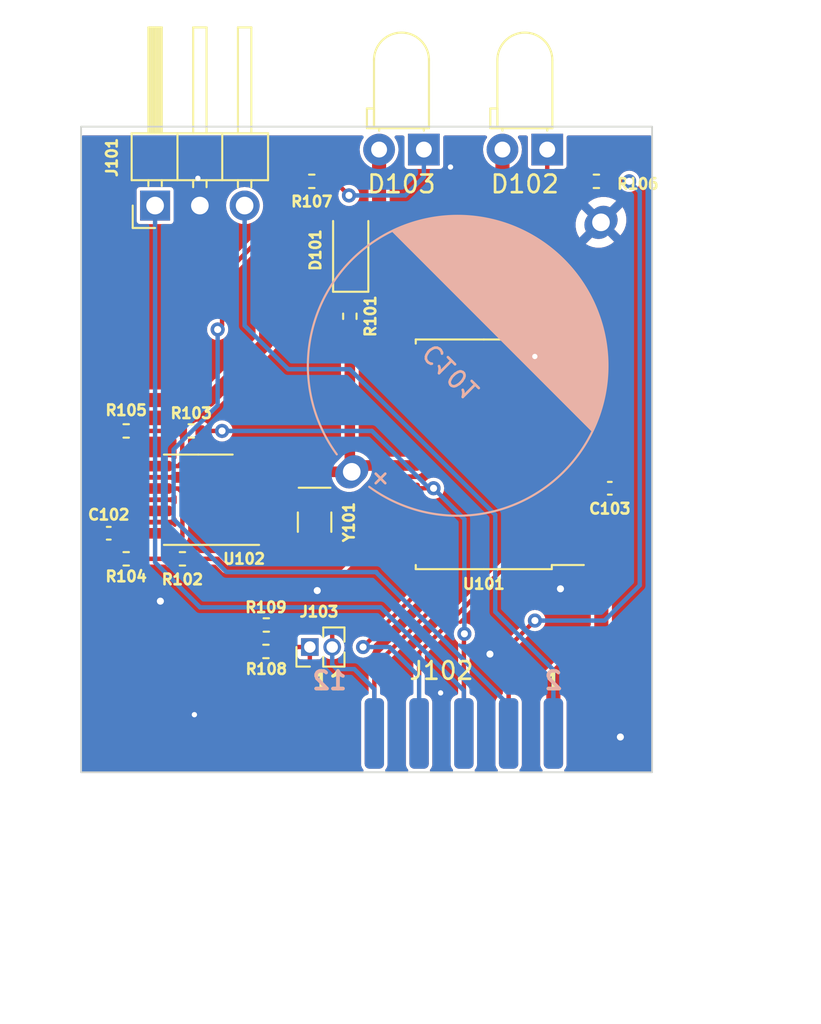
<source format=kicad_pcb>
(kicad_pcb (version 20221018) (generator pcbnew)
  (layers (0 "F.Cu" signal) (31 "B.Cu" signal) (34 "B.Paste" user) (35 "F.Paste" user) (36 "B.SilkS" user "B.Silkscreen") (37 "F.SilkS" user "F.Silkscreen") (38 "B.Mask" user) (39 "F.Mask" user) (44 "Edge.Cuts" user))
  (net 0 "")
  (net 1 "+BATT")
  (net 2 "GND")
  (net 3 "+3.3V")
  (net 4 "Net-(D101-K)")
  (net 5 "/TX")
  (net 6 "/RX")
  (net 7 "/RTC MOSI")
  (net 8 "/RTC ~{CS}")
  (net 9 "/RTC SCK")
  (net 10 "/RTC MISO")
  (net 11 "/EXP SDA")
  (net 12 "/EXP SCL")
  (net 13 "Net-(U102-SCL)")
  (net 14 "Net-(U102-SDA)")
  (net 19 "Net-(U102-X1)")
  (net 20 "Net-(U102-X2)")
  (net 22 "Net-(D102-K)")
  (net 23 "Net-(D103-K)")
  (net 24 "/LED1")
  (net 25 "/LED2")
  (footprint "Resistor_SMD:R_0402_1005Metric" (layer "F.Cu") (at 76.25 120.75 180)
    (fp_text reference "R103" (at 0 1) (layer "F.SilkS") (effects (font (size 0.6 0.6))))
    (fp_text value "0R")
    (fp_line (start -0.153641 -0.38) (end 0.153641 -0.38) (stroke (width 0.12)) (layer "F.SilkS"))
    (fp_line (start -0.153641 0.38) (end 0.153641 0.38) (stroke (width 0.12)) (layer "F.SilkS"))
    (pad "1" smd roundrect (at -0.51 0 180) (size 0.54 0.64) (layers "F.Cu" "F.Paste" "F.Mask") (net 7 "/RTC MOSI"))
    (pad "2" smd roundrect (at 0.51 0 180) (size 0.54 0.64) (layers "F.Cu" "F.Paste" "F.Mask") (net 14 "Net-(U102-SDA)"))
  )
  (footprint "Connector_PinHeader_1.27mm:PinHeader_1x02_P1.27mm_Vertical" (layer "F.Cu") (at 82.98 133 90)
    (fp_text reference "J103" (at 2 0.52 180) (layer "F.SilkS") (effects (font (size 0.6 0.6))))
    (fp_text value "EXP I^{2}C")
    (fp_line (start -1.11 -0.76) (end 0 -0.76) (stroke (width 0.12)) (layer "F.SilkS"))
    (fp_line (start -1.11 0) (end -1.11 -0.76) (stroke (width 0.12)) (layer "F.SilkS"))
    (fp_line (start -1.11 0.76) (end -1.11 1.965) (stroke (width 0.12)) (layer "F.SilkS"))
    (fp_line (start -1.11 0.76) (end -0.563471 0.76) (stroke (width 0.12)) (layer "F.SilkS"))
    (fp_line (start -1.11 1.965) (end -0.30753 1.965) (stroke (width 0.12)) (layer "F.SilkS"))
    (fp_line (start 0.30753 1.965) (end 1.11 1.965) (stroke (width 0.12)) (layer "F.SilkS"))
    (fp_line (start 0.563471 0.76) (end 1.11 0.76) (stroke (width 0.12)) (layer "F.SilkS"))
    (fp_line (start 1.11 0.76) (end 1.11 1.965) (stroke (width 0.12)) (layer "F.SilkS"))
    (pad "1" thru_hole rect (at 0 0 90) (size 1 1) (drill 0.65) (layers "*.Cu" "*.Mask") (net 12 "/EXP SCL"))
    (pad "2" thru_hole oval (at 0 1.27 90) (size 1 1) (drill 0.65) (layers "*.Cu" "*.Mask") (net 11 "/EXP SDA"))
  )
  (footprint "Resistor_SMD:R_0402_1005Metric" (layer "F.Cu") (at 75.75 128 180)
    (fp_text reference "R102" (at 0 -1.17) (layer "F.SilkS") (effects (font (size 0.6 0.6))))
    (fp_text value "0R")
    (fp_line (start -0.153641 -0.38) (end 0.153641 -0.38) (stroke (width 0.12)) (layer "F.SilkS"))
    (fp_line (start -0.153641 0.38) (end 0.153641 0.38) (stroke (width 0.12)) (layer "F.SilkS"))
    (pad "1" smd roundrect (at -0.51 0 180) (size 0.54 0.64) (layers "F.Cu" "F.Paste" "F.Mask") (net 10 "/RTC MISO"))
    (pad "2" smd roundrect (at 0.51 0 180) (size 0.54 0.64) (layers "F.Cu" "F.Paste" "F.Mask") (net 13 "Net-(U102-SCL)"))
  )
  (footprint "Findersee_parts:02x06_SMD_2.54mm" (layer "F.Cu") (at 90.45 139.932)
    (fp_text reference "J102" (at 0 -5.588 unlocked) (layer "F.SilkS"))
    (fp_text value "Expansion")
    (fp_text user "12" (at -6.35 -4.445 unlocked) (layer "B.SilkS") (effects (font (thickness 0.2) bold) (justify bottom mirror)))
    (fp_text user "2" (at 6.35 -4.445 unlocked) (layer "B.SilkS") (effects (font (thickness 0.2) bold) (justify bottom mirror)))
    (fp_text user "1" (at 6.35 -4.445 unlocked) (layer "F.SilkS") (effects (font (thickness 0.2) bold) (justify bottom)))
    (fp_text user "11" (at -6.35 -4.445 unlocked) (layer "F.SilkS") (effects (font (thickness 0.2) bold) (justify bottom)))
    (pad "1" smd roundrect locked (at 6.35 -2.032 270) (size 4 1.1) (layers "F.Cu" "F.Paste" "F.Mask") (net 3 "+3.3V"))
    (pad "2" smd roundrect locked (at 6.35 -2.032 270) (size 4 1.1) (layers "B.Cu" "B.Paste" "B.Mask") (net 5 "/TX"))
    (pad "3" smd roundrect locked (at 3.81 -2.032 270) (size 4 1.1) (layers "F.Cu" "F.Paste" "F.Mask") (net 24 "/LED1"))
    (pad "4" smd roundrect locked (at 3.81 -2.032 270) (size 4 1.1) (layers "B.Cu" "B.Paste" "B.Mask") (net 25 "/LED2"))
    (pad "5" smd roundrect locked (at 1.27 -2.032 270) (size 4 1.1) (layers "F.Cu" "F.Paste" "F.Mask") (net 7 "/RTC MOSI"))
    (pad "6" smd roundrect locked (at 1.27 -2.032 270) (size 4 1.1) (layers "B.Cu" "B.Paste" "B.Mask") (net 6 "/RX"))
    (pad "7" smd roundrect locked (at -1.27 -2.032 270) (size 4 1.1) (layers "F.Cu" "F.Paste" "F.Mask") (net 8 "/RTC ~{CS}"))
    (pad "8" smd roundrect locked (at -1.27 -2.032 270) (size 4 1.1) (layers "B.Cu" "B.Paste" "B.Mask") (net 9 "/RTC SCK"))
    (pad "9" smd roundrect locked (at -3.81 -2.032 270) (size 4 1.1) (layers "F.Cu" "F.Paste" "F.Mask") (net 10 "/RTC MISO"))
    (pad "10" smd roundrect locked (at -3.81 -2.032 270) (size 4 1.1) (layers "B.Cu" "B.Paste" "B.Mask") (net 11 "/EXP SDA"))
    (pad "11" smd roundrect locked (at -6.35 -2.032 270) (size 4 1.1) (layers "F.Cu" "F.Paste" "F.Mask") (net 12 "/EXP SCL"))
    (pad "12" smd roundrect locked (at -6.35 -2.032 270) (size 4 1.1) (layers "B.Cu" "B.Paste" "B.Mask") (net 2 "GND"))
  )
  (footprint "Crystal:Crystal_SMD_MicroCrystal_CC7V-T1A-2Pin_3.2x1.5mm" (layer "F.Cu") (at 83.25 125.92 -90)
    (fp_text reference "Y101" (at 0 -1.95 90) (layer "F.SilkS") (effects (font (size 0.6 0.6))))
    (fp_text value "32.768k")
    (fp_line (start -1.95 -0.9) (end -1.95 0.9) (stroke (width 0.12)) (layer "F.SilkS"))
    (fp_line (start -0.55 -0.95) (end 0.55 -0.95) (stroke (width 0.12)) (layer "F.SilkS"))
    (fp_line (start -0.55 0.95) (end 0.55 0.95) (stroke (width 0.12)) (layer "F.SilkS"))
    (pad "1" smd rect (at -1.25 0 270) (size 1 1.8) (layers "F.Cu" "F.Paste" "F.Mask") (net 20 "Net-(U102-X2)"))
    (pad "2" smd rect (at 1.25 0 270) (size 1 1.8) (layers "F.Cu" "F.Paste" "F.Mask") (net 19 "Net-(U102-X1)"))
  )
  (footprint "Capacitor_SMD:C_0402_1005Metric" (layer "F.Cu") (at 71.57 126.55)
    (fp_text reference "C102" (at 0 -1.05) (layer "F.SilkS") (effects (font (size 0.6 0.6))))
    (fp_text value "1u")
    (fp_line (start -0.107836 -0.36) (end 0.107836 -0.36) (stroke (width 0.12)) (layer "F.SilkS"))
    (fp_line (start -0.107836 0.36) (end 0.107836 0.36) (stroke (width 0.12)) (layer "F.SilkS"))
    (pad "1" smd roundrect (at -0.48 0) (size 0.56 0.62) (layers "F.Cu" "F.Paste" "F.Mask") (net 2 "GND"))
    (pad "2" smd roundrect (at 0.48 0) (size 0.56 0.62) (layers "F.Cu" "F.Paste" "F.Mask") (net 3 "+3.3V"))
  )
  (footprint "Resistor_SMD:R_0402_1005Metric" (layer "F.Cu") (at 72.56 128)
    (fp_text reference "R104" (at 0 1) (layer "F.SilkS") (effects (font (size 0.6 0.6))))
    (fp_text value "4k7")
    (fp_line (start -0.153641 -0.38) (end 0.153641 -0.38) (stroke (width 0.12)) (layer "F.SilkS"))
    (fp_line (start -0.153641 0.38) (end 0.153641 0.38) (stroke (width 0.12)) (layer "F.SilkS"))
    (pad "1" smd roundrect (at -0.51 0) (size 0.54 0.64) (layers "F.Cu" "F.Paste" "F.Mask") (net 3 "+3.3V"))
    (pad "2" smd roundrect (at 0.51 0) (size 0.54 0.64) (layers "F.Cu" "F.Paste" "F.Mask") (net 13 "Net-(U102-SCL)"))
  )
  (footprint "Connector_PinHeader_2.54mm:PinHeader_1x03_P2.54mm_Horizontal" (layer "F.Cu") (at 74.2 107.975 90)
    (fp_text reference "J101" (at 2.725 -2.45 90) (layer "F.SilkS") (effects (font (size 0.6 0.6))))
    (fp_text value "EXT_UART")
    (fp_line (start -1.27 -1.27) (end 0 -1.27) (stroke (width 0.12)) (layer "F.SilkS"))
    (fp_line (start -1.27 0) (end -1.27 -1.27) (stroke (width 0.12)) (layer "F.SilkS"))
    (fp_line (start 1.042929 2.16) (end 1.44 2.16) (stroke (width 0.12)) (layer "F.SilkS"))
    (fp_line (start 1.042929 2.92) (end 1.44 2.92) (stroke (width 0.12)) (layer "F.SilkS"))
    (fp_line (start 1.042929 4.7) (end 1.44 4.7) (stroke (width 0.12)) (layer "F.SilkS"))
    (fp_line (start 1.042929 5.46) (end 1.44 5.46) (stroke (width 0.12)) (layer "F.SilkS"))
    (fp_line (start 1.11 -0.38) (end 1.44 -0.38) (stroke (width 0.12)) (layer "F.SilkS"))
    (fp_line (start 1.11 0.38) (end 1.44 0.38) (stroke (width 0.12)) (layer "F.SilkS"))
    (fp_line (start 1.44 -1.33) (end 1.44 6.41) (stroke (width 0.12)) (layer "F.SilkS"))
    (fp_line (start 1.44 1.27) (end 4.1 1.27) (stroke (width 0.12)) (layer "F.SilkS"))
    (fp_line (start 1.44 3.81) (end 4.1 3.81) (stroke (width 0.12)) (layer "F.SilkS"))
    (fp_line (start 1.44 6.41) (end 4.1 6.41) (stroke (width 0.12)) (layer "F.SilkS"))
    (fp_line (start 4.1 -1.33) (end 1.44 -1.33) (stroke (width 0.12)) (layer "F.SilkS"))
    (fp_line (start 4.1 -0.38) (end 10.1 -0.38) (stroke (width 0.12)) (layer "F.SilkS"))
    (fp_line (start 4.1 -0.32) (end 10.1 -0.32) (stroke (width 0.12)) (layer "F.SilkS"))
    (fp_line (start 4.1 -0.2) (end 10.1 -0.2) (stroke (width 0.12)) (layer "F.SilkS"))
    (fp_line (start 4.1 -0.08) (end 10.1 -0.08) (stroke (width 0.12)) (layer "F.SilkS"))
    (fp_line (start 4.1 0.04) (end 10.1 0.04) (stroke (width 0.12)) (layer "F.SilkS"))
    (fp_line (start 4.1 0.16) (end 10.1 0.16) (stroke (width 0.12)) (layer "F.SilkS"))
    (fp_line (start 4.1 0.28) (end 10.1 0.28) (stroke (width 0.12)) (layer "F.SilkS"))
    (fp_line (start 4.1 2.16) (end 10.1 2.16) (stroke (width 0.12)) (layer "F.SilkS"))
    (fp_line (start 4.1 4.7) (end 10.1 4.7) (stroke (width 0.12)) (layer "F.SilkS"))
    (fp_line (start 4.1 6.41) (end 4.1 -1.33) (stroke (width 0.12)) (layer "F.SilkS"))
    (fp_line (start 10.1 -0.38) (end 10.1 0.38) (stroke (width 0.12)) (layer "F.SilkS"))
    (fp_line (start 10.1 0.38) (end 4.1 0.38) (stroke (width 0.12)) (layer "F.SilkS"))
    (fp_line (start 10.1 2.16) (end 10.1 2.92) (stroke (width 0.12)) (layer "F.SilkS"))
    (fp_line (start 10.1 2.92) (end 4.1 2.92) (stroke (width 0.12)) (layer "F.SilkS"))
    (fp_line (start 10.1 4.7) (end 10.1 5.46) (stroke (width 0.12)) (layer "F.SilkS"))
    (fp_line (start 10.1 5.46) (end 4.1 5.46) (stroke (width 0.12)) (layer "F.SilkS"))
    (pad "1" thru_hole rect (at 0 0 90) (size 1.7 1.7) (drill 1) (layers "*.Cu" "*.Mask") (net 6 "/RX"))
    (pad "2" thru_hole oval (at 0 2.54 90) (size 1.7 1.7) (drill 1) (layers "*.Cu" "*.Mask") (net 2 "GND"))
    (pad "3" thru_hole oval (at 0 5.08 90) (size 1.7 1.7) (drill 1) (layers "*.Cu" "*.Mask") (net 5 "/TX"))
  )
  (footprint "Resistor_SMD:R_0402_1005Metric" (layer "F.Cu") (at 72.56 120.75)
    (fp_text reference "R105" (at 0 -1.17) (layer "F.SilkS") (effects (font (size 0.6 0.6))))
    (fp_text value "4k7")
    (fp_line (start -0.153641 -0.38) (end 0.153641 -0.38) (stroke (width 0.12)) (layer "F.SilkS"))
    (fp_line (start -0.153641 0.38) (end 0.153641 0.38) (stroke (width 0.12)) (layer "F.SilkS"))
    (pad "1" smd roundrect (at -0.51 0) (size 0.54 0.64) (layers "F.Cu" "F.Paste" "F.Mask") (net 3 "+3.3V"))
    (pad "2" smd roundrect (at 0.51 0) (size 0.54 0.64) (layers "F.Cu" "F.Paste" "F.Mask") (net 14 "Net-(U102-SDA)"))
  )
  (footprint "Package_SO:SOIC-8_3.9x4.9mm_P1.27mm" (layer "F.Cu") (at 76.65 124.65 180)
    (fp_text reference "U102" (at -2.6 -3.35) (layer "F.SilkS") (effects (font (size 0.6 0.6))))
    (fp_text value "DS1307ZN+")
    (fp_line (start 0 -2.56) (end -3.45 -2.56) (stroke (width 0.12)) (layer "F.SilkS"))
    (fp_line (start 0 -2.56) (end 1.95 -2.56) (stroke (width 0.12)) (layer "F.SilkS"))
    (fp_line (start 0 2.56) (end -1.95 2.56) (stroke (width 0.12)) (layer "F.SilkS"))
    (fp_line (start 0 2.56) (end 1.95 2.56) (stroke (width 0.12)) (layer "F.SilkS"))
    (pad "1" smd roundrect (at -2.475 -1.905 180) (size 1.95 0.6) (layers "F.Cu" "F.Paste" "F.Mask") (net 19 "Net-(U102-X1)"))
    (pad "2" smd roundrect (at -2.475 -0.635 180) (size 1.95 0.6) (layers "F.Cu" "F.Paste" "F.Mask") (net 20 "Net-(U102-X2)"))
    (pad "3" smd roundrect (at -2.475 0.635 180) (size 1.95 0.6) (layers "F.Cu" "F.Paste" "F.Mask") (net 1 "+BATT"))
    (pad "4" smd roundrect (at -2.475 1.905 180) (size 1.95 0.6) (layers "F.Cu" "F.Paste" "F.Mask") (net 2 "GND"))
    (pad "5" smd roundrect (at 2.475 1.905 180) (size 1.95 0.6) (layers "F.Cu" "F.Paste" "F.Mask") (net 14 "Net-(U102-SDA)"))
    (pad "6" smd roundrect (at 2.475 0.635 180) (size 1.95 0.6) (layers "F.Cu" "F.Paste" "F.Mask") (net 13 "Net-(U102-SCL)"))
    (pad "7" smd roundrect (at 2.475 -0.635 180) (size 1.95 0.6) (layers "F.Cu" "F.Paste" "F.Mask"))
    (pad "8" smd roundrect (at 2.475 -1.905 180) (size 1.95 0.6) (layers "F.Cu" "F.Paste" "F.Mask") (net 3 "+3.3V"))
  )
  (footprint "Resistor_SMD:R_0402_1005Metric" (layer "F.Cu") (at 83.09 106.6)
    (fp_text reference "R107" (at 0 1.15) (layer "F.SilkS") (effects (font (size 0.6 0.6))))
    (fp_text value "4k7")
    (fp_line (start -0.153641 -0.38) (end 0.153641 -0.38) (stroke (width 0.12)) (layer "F.SilkS"))
    (fp_line (start -0.153641 0.38) (end 0.153641 0.38) (stroke (width 0.12)) (layer "F.SilkS"))
    (pad "1" smd roundrect (at -0.51 0) (size 0.54 0.64) (layers "F.Cu" "F.Paste" "F.Mask") (net 25 "/LED2"))
    (pad "2" smd roundrect (at 0.51 0) (size 0.54 0.64) (layers "F.Cu" "F.Paste" "F.Mask") (net 23 "Net-(D103-K)"))
  )
  (footprint "Diode_SMD:D_SOD-123" (layer "F.Cu") (at 85.3 110.5 90)
    (fp_text reference "D101" (at 0 -2 90) (layer "F.SilkS") (effects (font (size 0.6 0.6))))
    (fp_text value " RBR5RSM40BTF")
    (fp_line (start -2.36 -1) (end -2.36 1) (stroke (width 0.12)) (layer "F.SilkS"))
    (fp_line (start -2.36 -1) (end 1.65 -1) (stroke (width 0.12)) (layer "F.SilkS"))
    (fp_line (start -2.36 1) (end 1.65 1) (stroke (width 0.12)) (layer "F.SilkS"))
    (pad "1" smd roundrect (at -1.65 0 90) (size 0.9 1.2) (layers "F.Cu" "F.Paste" "F.Mask") (net 4 "Net-(D101-K)"))
    (pad "2" smd roundrect (at 1.65 0 90) (size 0.9 1.2) (layers "F.Cu" "F.Paste" "F.Mask") (net 3 "+3.3V"))
  )
  (footprint "Resistor_SMD:R_0402_1005Metric" (layer "F.Cu") (at 99.24 106.6 180)
    (fp_text reference "R106" (at -2.35 -0.15) (layer "F.SilkS") (effects (font (size 0.6 0.6))))
    (fp_text value "4k7")
    (fp_line (start -0.153641 -0.38) (end 0.153641 -0.38) (stroke (width 0.12)) (layer "F.SilkS"))
    (fp_line (start -0.153641 0.38) (end 0.153641 0.38) (stroke (width 0.12)) (layer "F.SilkS"))
    (pad "1" smd roundrect (at -0.51 0 180) (size 0.54 0.64) (layers "F.Cu" "F.Paste" "F.Mask") (net 24 "/LED1"))
    (pad "2" smd roundrect (at 0.51 0 180) (size 0.54 0.64) (layers "F.Cu" "F.Paste" "F.Mask") (net 22 "Net-(D102-K)"))
  )
  (footprint "Package_SO:SOIC-20W_7.5x12.8mm_P1.27mm" (layer "F.Cu") (at 92.85 122.075 180)
    (fp_text reference "U101" (at 0 -7.35) (layer "F.SilkS") (effects (font (size 0.6 0.6))))
    (fp_text value "DS3234S")
    (fp_line (start -3.86 -6.51) (end -3.86 -6.275) (stroke (width 0.12)) (layer "F.SilkS"))
    (fp_line (start -3.86 -6.275) (end -5.675 -6.275) (stroke (width 0.12)) (layer "F.SilkS"))
    (fp_line (start -3.86 6.51) (end -3.86 6.275) (stroke (width 0.12)) (layer "F.SilkS"))
    (fp_line (start 0 -6.51) (end -3.86 -6.51) (stroke (width 0.12)) (layer "F.SilkS"))
    (fp_line (start 0 -6.51) (end 3.86 -6.51) (stroke (width 0.12)) (layer "F.SilkS"))
    (fp_line (start 0 6.51) (end -3.86 6.51) (stroke (width 0.12)) (layer "F.SilkS"))
    (fp_line (start 0 6.51) (end 3.86 6.51) (stroke (width 0.12)) (layer "F.SilkS"))
    (fp_line (start 3.86 -6.51) (end 3.86 -6.275) (stroke (width 0.12)) (layer "F.SilkS"))
    (fp_line (start 3.86 6.51) (end 3.86 6.275) (stroke (width 0.12)) (layer "F.SilkS"))
    (pad "1" smd roundrect (at -4.65 -5.715 180) (size 2.05 0.6) (layers "F.Cu" "F.Paste" "F.Mask") (net 8 "/RTC ~{CS}"))
    (pad "2" smd roundrect (at -4.65 -4.445 180) (size 2.05 0.6) (layers "F.Cu" "F.Paste" "F.Mask") (net 2 "GND"))
    (pad "3" smd roundrect (at -4.65 -3.175 180) (size 2.05 0.6) (layers "F.Cu" "F.Paste" "F.Mask"))
    (pad "4" smd roundrect (at -4.65 -1.905 180) (size 2.05 0.6) (layers "F.Cu" "F.Paste" "F.Mask") (net 3 "+3.3V"))
    (pad "5" smd roundrect (at -4.65 -0.635 180) (size 2.05 0.6) (layers "F.Cu" "F.Paste" "F.Mask"))
    (pad "6" smd roundrect (at -4.65 0.635 180) (size 2.05 0.6) (layers "F.Cu" "F.Paste" "F.Mask"))
    (pad "7" smd roundrect (at -4.65 1.905 180) (size 2.05 0.6) (layers "F.Cu" "F.Paste" "F.Mask") (net 2 "GND"))
    (pad "8" smd roundrect (at -4.65 3.175 180) (size 2.05 0.6) (layers "F.Cu" "F.Paste" "F.Mask") (net 2 "GND"))
    (pad "9" smd roundrect (at -4.65 4.445 180) (size 2.05 0.6) (layers "F.Cu" "F.Paste" "F.Mask") (net 2 "GND"))
    (pad "10" smd roundrect (at -4.65 5.715 180) (size 2.05 0.6) (layers "F.Cu" "F.Paste" "F.Mask") (net 2 "GND"))
    (pad "11" smd roundrect (at 4.65 5.715 180) (size 2.05 0.6) (layers "F.Cu" "F.Paste" "F.Mask") (net 2 "GND"))
    (pad "12" smd roundrect (at 4.65 4.445 180) (size 2.05 0.6) (layers "F.Cu" "F.Paste" "F.Mask") (net 2 "GND"))
    (pad "13" smd roundrect (at 4.65 3.175 180) (size 2.05 0.6) (layers "F.Cu" "F.Paste" "F.Mask") (net 2 "GND"))
    (pad "14" smd roundrect (at 4.65 1.905 180) (size 2.05 0.6) (layers "F.Cu" "F.Paste" "F.Mask") (net 2 "GND"))
    (pad "15" smd roundrect (at 4.65 0.635 180) (size 2.05 0.6) (layers "F.Cu" "F.Paste" "F.Mask") (net 2 "GND"))
    (pad "16" smd roundrect (at 4.65 -0.635 180) (size 2.05 0.6) (layers "F.Cu" "F.Paste" "F.Mask") (net 1 "+BATT"))
    (pad "17" smd roundrect (at 4.65 -1.905 180) (size 2.05 0.6) (layers "F.Cu" "F.Paste" "F.Mask") (net 7 "/RTC MOSI"))
    (pad "18" smd roundrect (at 4.65 -3.175 180) (size 2.05 0.6) (layers "F.Cu" "F.Paste" "F.Mask"))
    (pad "19" smd roundrect (at 4.65 -4.445 180) (size 2.05 0.6) (layers "F.Cu" "F.Paste" "F.Mask") (net 10 "/RTC MISO"))
    (pad "20" smd roundrect (at 4.65 -5.715 180) (size 2.05 0.6) (layers "F.Cu" "F.Paste" "F.Mask") (net 9 "/RTC SCK"))
  )
  (footprint "Resistor_SMD:R_0402_1005Metric" (layer "F.Cu") (at 80.49 133.25)
    (fp_text reference "R109" (at 0 -2.5) (layer "F.SilkS") (effects (font (size 0.6 0.6))))
    (fp_text value "4k7")
    (fp_line (start -0.153641 -0.38) (end 0.153641 -0.38) (stroke (width 0.12)) (layer "F.SilkS"))
    (fp_line (start -0.153641 0.38) (end 0.153641 0.38) (stroke (width 0.12)) (layer "F.SilkS"))
    (pad "1" smd roundrect (at -0.51 0) (size 0.54 0.64) (layers "F.Cu" "F.Paste" "F.Mask") (net 3 "+3.3V"))
    (pad "2" smd roundrect (at 0.51 0) (size 0.54 0.64) (layers "F.Cu" "F.Paste" "F.Mask") (net 12 "/EXP SCL"))
  )
  (footprint "Capacitor_SMD:C_0402_1005Metric" (layer "F.Cu") (at 100 124 180)
    (fp_text reference "C103" (at 0 -1.16) (layer "F.SilkS") (effects (font (size 0.6 0.6))))
    (fp_text value "1u")
    (fp_line (start -0.107836 -0.36) (end 0.107836 -0.36) (stroke (width 0.12)) (layer "F.SilkS"))
    (fp_line (start -0.107836 0.36) (end 0.107836 0.36) (stroke (width 0.12)) (layer "F.SilkS"))
    (pad "1" smd roundrect (at -0.48 0 180) (size 0.56 0.62) (layers "F.Cu" "F.Paste" "F.Mask") (net 2 "GND"))
    (pad "2" smd roundrect (at 0.48 0 180) (size 0.56 0.62) (layers "F.Cu" "F.Paste" "F.Mask") (net 3 "+3.3V"))
  )
  (footprint "Resistor_SMD:R_0402_1005Metric" (layer "F.Cu") (at 85.25 114.25 -90)
    (fp_text reference "R101" (at 0 -1.17 90) (layer "F.SilkS") (effects (font (size 0.6 0.6))))
    (fp_text value "100R")
    (fp_line (start -0.153641 -0.38) (end 0.153641 -0.38) (stroke (width 0.12)) (layer "F.SilkS"))
    (fp_line (start -0.153641 0.38) (end 0.153641 0.38) (stroke (width 0.12)) (layer "F.SilkS"))
    (pad "1" smd roundrect (at -0.51 0 270) (size 0.54 0.64) (layers "F.Cu" "F.Paste" "F.Mask") (net 4 "Net-(D101-K)"))
    (pad "2" smd roundrect (at 0.51 0 270) (size 0.54 0.64) (layers "F.Cu" "F.Paste" "F.Mask") (net 1 "+BATT"))
  )
  (footprint "LED_THT:LED_D3.0mm_Horizontal_O1.27mm_Z2.0mm" (layer "F.Cu") (at 89.45 104.8 180)
    (fp_text reference "D103" (at 1.27 -1.96 180) (layer "F.SilkS"))
    (fp_text value "RED")
    (fp_line (start -0.29 1.21) (end -0.29 5.07) (stroke (width 0.12)) (layer "F.SilkS"))
    (fp_line (start -0.29 1.21) (end 2.83 1.21) (stroke (width 0.12)) (layer "F.SilkS"))
    (fp_line (start 0 1.08) (end 0 1.08) (stroke (width 0.12)) (layer "F.SilkS"))
    (fp_line (start 0 1.08) (end 0 1.21) (stroke (width 0.12)) (layer "F.SilkS"))
    (fp_line (start 0 1.21) (end 0 1.08) (stroke (width 0.12)) (layer "F.SilkS"))
    (fp_line (start 0 1.21) (end 0 1.21) (stroke (width 0.12)) (layer "F.SilkS"))
    (fp_line (start 2.54 1.08) (end 2.54 1.08) (stroke (width 0.12)) (layer "F.SilkS"))
    (fp_line (start 2.54 1.08) (end 2.54 1.21) (stroke (width 0.12)) (layer "F.SilkS"))
    (fp_line (start 2.54 1.21) (end 2.54 1.08) (stroke (width 0.12)) (layer "F.SilkS"))
    (fp_line (start 2.54 1.21) (end 2.54 1.21) (stroke (width 0.12)) (layer "F.SilkS"))
    (fp_line (start 2.83 1.21) (end 2.83 5.07) (stroke (width 0.12)) (layer "F.SilkS"))
    (fp_line (start 2.83 1.21) (end 3.23 1.21) (stroke (width 0.12)) (layer "F.SilkS"))
    (fp_line (start 2.83 2.33) (end 2.83 1.21) (stroke (width 0.12)) (layer "F.SilkS"))
    (fp_line (start 3.23 1.21) (end 3.23 2.33) (stroke (width 0.12)) (layer "F.SilkS"))
    (fp_line (start 3.23 2.33) (end 2.83 2.33) (stroke (width 0.12)) (layer "F.SilkS"))
    (fp_arc (start 2.83 5.07) (mid 1.27 6.63) (end -0.29 5.07) (stroke (width 0.12)) (layer "F.SilkS"))
    (pad "1" thru_hole rect (at 0 0 180) (size 1.8 1.8) (drill 0.9) (layers "*.Cu" "*.Mask") (net 23 "Net-(D103-K)"))
    (pad "2" thru_hole circle (at 2.54 0 180) (size 1.8 1.8) (drill 0.9) (layers "*.Cu" "*.Mask") (net 3 "+3.3V"))
  )
  (footprint "Resistor_SMD:R_0402_1005Metric" (layer "F.Cu") (at 80.51 131.75 180)
    (fp_text reference "R108" (at 0 -2.5) (layer "F.SilkS") (effects (font (size 0.6 0.6))))
    (fp_text value "4k7")
    (fp_line (start -0.153641 -0.38) (end 0.153641 -0.38) (stroke (width 0.12)) (layer "F.SilkS"))
    (fp_line (start -0.153641 0.38) (end 0.153641 0.38) (stroke (width 0.12)) (layer "F.SilkS"))
    (pad "1" smd roundrect (at -0.51 0 180) (size 0.54 0.64) (layers "F.Cu" "F.Paste" "F.Mask") (net 11 "/EXP SDA"))
    (pad "2" smd roundrect (at 0.51 0 180) (size 0.54 0.64) (layers "F.Cu" "F.Paste" "F.Mask") (net 3 "+3.3V"))
  )
  (footprint "LED_THT:LED_D3.0mm_Horizontal_O1.27mm_Z2.0mm" (layer "F.Cu") (at 96.45 104.8 180)
    (fp_text reference "D102" (at 1.27 -1.96 180) (layer "F.SilkS"))
    (fp_text value "GREEN")
    (fp_line (start -0.29 1.21) (end -0.29 5.07) (stroke (width 0.12)) (layer "F.SilkS"))
    (fp_line (start -0.29 1.21) (end 2.83 1.21) (stroke (width 0.12)) (layer "F.SilkS"))
    (fp_line (start 0 1.08) (end 0 1.08) (stroke (width 0.12)) (layer "F.SilkS"))
    (fp_line (start 0 1.08) (end 0 1.21) (stroke (width 0.12)) (layer "F.SilkS"))
    (fp_line (start 0 1.21) (end 0 1.08) (stroke (width 0.12)) (layer "F.SilkS"))
    (fp_line (start 0 1.21) (end 0 1.21) (stroke (width 0.12)) (layer "F.SilkS"))
    (fp_line (start 2.54 1.08) (end 2.54 1.08) (stroke (width 0.12)) (layer "F.SilkS"))
    (fp_line (start 2.54 1.08) (end 2.54 1.21) (stroke (width 0.12)) (layer "F.SilkS"))
    (fp_line (start 2.54 1.21) (end 2.54 1.08) (stroke (width 0.12)) (layer "F.SilkS"))
    (fp_line (start 2.54 1.21) (end 2.54 1.21) (stroke (width 0.12)) (layer "F.SilkS"))
    (fp_line (start 2.83 1.21) (end 2.83 5.07) (stroke (width 0.12)) (layer "F.SilkS"))
    (fp_line (start 2.83 1.21) (end 3.23 1.21) (stroke (width 0.12)) (layer "F.SilkS"))
    (fp_line (start 2.83 2.33) (end 2.83 1.21) (stroke (width 0.12)) (layer "F.SilkS"))
    (fp_line (start 3.23 1.21) (end 3.23 2.33) (stroke (width 0.12)) (layer "F.SilkS"))
    (fp_line (start 3.23 2.33) (end 2.83 2.33) (stroke (width 0.12)) (layer "F.SilkS"))
    (fp_arc (start 2.83 5.07) (mid 1.27 6.63) (end -0.29 5.07) (stroke (width 0.12)) (layer "F.SilkS"))
    (pad "1" thru_hole rect (at 0 0 180) (size 1.8 1.8) (drill 0.9) (layers "*.Cu" "*.Mask") (net 22 "Net-(D102-K)"))
    (pad "2" thru_hole circle (at 2.54 0 180) (size 1.8 1.8) (drill 0.9) (layers "*.Cu" "*.Mask") (net 3 "+3.3V"))
  )
  (footprint "Findersee_parts:EECS5R5474" (layer "B.Cu") (at 91.368657 117.057961 -45)
    (fp_text reference "C101" (at 0 0.5 135 unlocked) (layer "B.SilkS") (effects (justify mirror)))
    (fp_text value "0.47F")
    (fp_text user "+" (at 0.7 7.1 135 unlocked) (layer "B.SilkS") (effects (justify left bottom mirror)))
    (fp_arc (start -1.3 8.4) (mid 0 -8.5) (end 1.3 8.4) (stroke (width 0.12)) (layer "B.SilkS"))
    (fp_poly (pts (arc (start -8 -2.8) (mid 0 -8.401661) (end 8 -2.8))) (stroke (width 0.12)) (fill solid) (layer "B.SilkS"))
    (pad "1" thru_hole oval locked (at 0 8.5 315) (size 1.6 2) (drill 1) (layers "*.Cu" "*.Mask") (net 1 "+BATT"))
    (pad "2" thru_hole oval locked (at 0 -11.5 315) (size 1.6 2) (drill 1) (layers "*.Cu" "*.Mask") (net 2 "GND") (thermal_bridge_width 0.5) (thermal_gap 0.5))
  )
  (gr_rect (start 70 103.5) (end 102.4 140.1) (stroke (width 0.1)) (fill none) (layer "Edge.Cuts"))
  (segment (start 81.696631 123.068369) (end 85.358249 123.068369) (width 0.6) (layer "F.Cu") (net 1))
  (segment (start 88.2 122.71) (end 85.716618 122.71) (width 0.6) (layer "F.Cu") (net 1))
  (segment (start 80.75 124.015) (end 81.696631 123.068369) (width 0.6) (layer "F.Cu") (net 1))
  (segment (start 85.25 114.76) (end 85.25 122.96012) (width 0.6) (layer "F.Cu") (net 1))
  (segment (start 79.125 124.015) (end 80.75 124.015) (width 0.6) (layer "F.Cu") (net 1))
  (segment (start 85.25 122.96012) (end 85.358249 123.068369) (width 0.6) (layer "F.Cu") (net 1))
  (segment (start 85.716618 122.71) (end 85.358249 123.068369) (width 0.6) (layer "F.Cu") (net 1))
  (via (at 95.747105 116.528834) (size 0.8) (drill 0.3) (layers "F.Cu" "B.Cu") (net 2))
  (via (at 76.62833 106.427232) (size 0.8) (drill 0.3) (layers "F.Cu" "B.Cu") (net 2))
  (via (at 74.5 130.4) (size 0.8) (drill 0.4) (layers "F.Cu" "B.Cu") (net 2))
  (via (at 83.4 129.8) (size 0.8) (drill 0.4) (layers "F.Cu" "B.Cu") (net 2))
  (via (at 90.4 135.6) (size 0.8) (drill 0.3) (layers "F.Cu" "B.Cu") (net 2))
  (via (at 100.6 138.1) (size 0.8) (drill 0.4) (layers "F.Cu" "B.Cu") (net 2))
  (via (at 90.962196 105.790389) (size 0.8) (drill 0.3) (layers "F.Cu" "B.Cu") (net 2))
  (via (at 76.429309 136.83459) (size 0.8) (drill 0.3) (layers "F.Cu" "B.Cu") (net 2))
  (via (at 97.2 129.7) (size 0.8) (drill 0.4) (layers "F.Cu" "B.Cu") (net 2))
  (via (at 93.2 133.4) (size 0.8) (drill 0.4) (layers "F.Cu" "B.Cu") (net 2))
  (segment (start 99.25 123.73) (end 99.25 114.5) (width 0.8) (layer "F.Cu") (net 3))
  (segment (start 92.21 108.81) (end 92.25 108.85) (width 0.8) (layer "F.Cu") (net 3))
  (segment (start 72.05 128) (end 72.05 126.55) (width 0.5) (layer "F.Cu") (net 3))
  (segment (start 99.52 124) (end 99.25 123.73) (width 0.8) (layer "F.Cu") (net 3))
  (segment (start 80 133.23) (end 79.98 133.25) (width 0.25) (layer "F.Cu") (net 3))
  (segment (start 99.52 124) (end 99.52 132.03) (width 0.8) (layer "F.Cu") (net 3))
  (segment (start 72.5 119) (end 72.05 119.45) (width 0.5) (layer "F.Cu") (net 3))
  (segment (start 96.8 137.9) (end 96.8 134.75) (width 0.8) (layer "F.Cu") (net 3))
  (segment (start 72.05 120.75) (end 72.05 126.55) (width 0.5) (layer "F.Cu") (net 3))
  (segment (start 72.05 129.5) (end 72.05 128) (width 0.25) (layer "F.Cu") (net 3))
  (segment (start 99.5 123.98) (end 99.52 124) (width 0.8) (layer "F.Cu") (net 3))
  (segment (start 98.5 113.75) (end 94.25 113.75) (width 0.8) (layer "F.Cu") (net 3))
  (segment (start 73.25 119) (end 72.5 119) (width 0.5) (layer "F.Cu") (net 3))
  (segment (start 99.52 132.03) (end 96.8 134.75) (width 0.8) (layer "F.Cu") (net 3))
  (segment (start 86.91 108.69) (end 86.91 104.8) (width 0.8) (layer "F.Cu") (net 3))
  (segment (start 72.05 119.45) (end 72.05 120.75) (width 0.5) (layer "F.Cu") (net 3))
  (segment (start 92.21 108.81) (end 93.44 108.81) (width 0.8) (layer "F.Cu") (net 3))
  (segment (start 83.15 108.85) (end 80.5 111.5) (width 0.8) (layer "F.Cu") (net 3))
  (segment (start 80.5 111.5) (end 80.5 115.75) (width 0.8) (layer "F.Cu") (net 3))
  (segment (start 72.05 126.55) (end 74.17 126.55) (width 0.25) (layer "F.Cu") (net 3))
  (segment (start 92.25 108.85) (end 86.75 108.85) (width 0.8) (layer "F.Cu") (net 3))
  (segment (start 92.25 111.75) (end 92.25 108.85) (width 0.8) (layer "F.Cu") (net 3))
  (segment (start 77.25 119) (end 73.25 119) (width 0.8) (layer "F.Cu") (net 3))
  (segment (start 94.25 113.75) (end 92.25 111.75) (width 0.8) (layer "F.Cu") (net 3))
  (segment (start 93.44 108.81) (end 93.91 108.34) (width 0.8) (layer "F.Cu") (net 3))
  (segment (start 80.5 115.75) (end 77.25 119) (width 0.8) (layer "F.Cu") (net 3))
  (segment (start 93.91 108.34) (end 93.91 104.8) (width 0.8) (layer "F.Cu") (net 3))
  (segment (start 80 131.75) (end 80 133.23) (width 0.25) (layer "F.Cu") (net 3))
  (segment (start 99.25 114.5) (end 98.5 113.75) (width 0.8) (layer "F.Cu") (net 3))
  (segment (start 74.3 131.75) (end 72.05 129.5) (width 0.25) (layer "F.Cu") (net 3))
  (segment (start 97.5 123.98) (end 99.5 123.98) (width 0.8) (layer "F.Cu") (net 3))
  (segment (start 85.3 108.85) (end 83.15 108.85) (width 0.8) (layer "F.Cu") (net 3))
  (segment (start 74.17 126.55) (end 74.175 126.555) (width 0.25) (layer "F.Cu") (net 3))
  (segment (start 80 131.75) (end 74.3 131.75) (width 0.25) (layer "F.Cu") (net 3))
  (segment (start 86.75 108.85) (end 86.91 108.69) (width 0.8) (layer "F.Cu") (net 3))
  (segment (start 86.75 108.85) (end 85.3 108.85) (width 0.8) (layer "F.Cu") (net 3))
  (segment (start 85.25 113.74) (end 85.25 112.2) (width 0.6) (layer "F.Cu") (net 4))
  (segment (start 85.25 112.2) (end 85.3 112.15) (width 0.6) (layer "F.Cu") (net 4))
  (segment (start 96.8 134.3) (end 93.5 131) (width 0.25) (layer "B.Cu") (net 5))
  (segment (start 93.5 125.5) (end 85.25 117.25) (width 0.25) (layer "B.Cu") (net 5))
  (segment (start 85.25 117.25) (end 81.75 117.25) (width 0.25) (layer "B.Cu") (net 5))
  (segment (start 93.5 131) (end 93.5 125.5) (width 0.25) (layer "B.Cu") (net 5))
  (segment (start 79.28 114.78) (end 79.28 107.975) (width 0.25) (layer "B.Cu") (net 5))
  (segment (start 96.8 137.9) (end 96.8 134.3) (width 0.25) (layer "B.Cu") (net 5))
  (segment (start 81.75 117.25) (end 79.28 114.78) (width 0.25) (layer "B.Cu") (net 5))
  (segment (start 87 130.75) (end 76.75 130.75) (width 0.25) (layer "B.Cu") (net 6))
  (segment (start 76.75 130.75) (end 74.2 128.2) (width 0.25) (layer "B.Cu") (net 6))
  (segment (start 91.72 137.9) (end 91.72 135.47) (width 0.25) (layer "B.Cu") (net 6))
  (segment (start 74.2 128.2) (end 74.2 107.975) (width 0.25) (layer "B.Cu") (net 6))
  (segment (start 91.72 135.47) (end 87 130.75) (width 0.25) (layer "B.Cu") (net 6))
  (segment (start 88.22 124) (end 88.2 123.98) (width 0.25) (layer "F.Cu") (net 7))
  (segment (start 91.75 132.25) (end 91.72 132.78) (width 0.25) (layer "F.Cu") (net 7))
  (segment (start 90 124) (end 88.22 124) (width 0.25) (layer "F.Cu") (net 7))
  (segment (start 91.72 132.78) (end 91.72 137.9) (width 0.25) (layer "F.Cu") (net 7))
  (segment (start 78 120.75) (end 76.76 120.75) (width 0.25) (layer "F.Cu") (net 7))
  (via (at 78 120.75) (size 0.8) (drill 0.4) (layers "F.Cu" "B.Cu") (net 7))
  (via (at 90 124) (size 0.8) (drill 0.4) (layers "F.Cu" "B.Cu") (net 7))
  (via (at 91.75 132.25) (size 0.8) (drill 0.4) (layers "F.Cu" "B.Cu") (net 7))
  (segment (start 91.75 132.25) (end 91.75 125.75) (width 0.25) (layer "B.Cu") (net 7))
  (segment (start 90 124) (end 89.75 124) (width 0.25) (layer "B.Cu") (net 7))
  (segment (start 86.5 120.75) (end 78 120.75) (width 0.25) (layer "B.Cu") (net 7))
  (segment (start 91.75 125.75) (end 90 124) (width 0.25) (layer "B.Cu") (net 7))
  (segment (start 89.75 124) (end 86.5 120.75) (width 0.25) (layer "B.Cu") (net 7))
  (segment (start 89.18 137.9) (end 89.18 133.32) (width 0.25) (layer "F.Cu") (net 8))
  (segment (start 94.71 127.79) (end 97.5 127.79) (width 0.25) (layer "F.Cu") (net 8))
  (segment (start 89.18 133.32) (end 94.71 127.79) (width 0.25) (layer "F.Cu") (net 8))
  (segment (start 86 133) (end 90 129) (width 0.25) (layer "F.Cu") (net 9))
  (segment (start 90 129) (end 90 128) (width 0.25) (layer "F.Cu") (net 9))
  (segment (start 90 128) (end 89.79 127.79) (width 0.25) (layer "F.Cu") (net 9))
  (segment (start 89.79 127.79) (end 88.2 127.79) (width 0.25) (layer "F.Cu") (net 9))
  (via (at 86 133) (size 0.8) (drill 0.4) (layers "F.Cu" "B.Cu") (net 9))
  (segment (start 89.18 134.68) (end 87.5 133) (width 0.25) (layer "B.Cu") (net 9))
  (segment (start 87.5 133) (end 86 133) (width 0.25) (layer "B.Cu") (net 9))
  (segment (start 89.18 137.9) (end 89.18 134.68) (width 0.25) (layer "B.Cu") (net 9))
  (segment (start 84.75 128.5) (end 78.25 128.5) (width 0.25) (layer "F.Cu") (net 10))
  (segment (start 86.64 134.11) (end 91 129.75) (width 0.25) (layer "F.Cu") (net 10))
  (segment (start 86.64 137.9) (end 86.64 134.11) (width 0.25) (layer "F.Cu") (net 10))
  (segment (start 78.25 128.5) (end 77.75 128) (width 0.25) (layer "F.Cu") (net 10))
  (segment (start 85.5 127.75) (end 85.5 127.25) (width 0.25) (layer "F.Cu") (net 10))
  (segment (start 90.02 126.52) (end 88.2 126.52) (width 0.25) (layer "F.Cu") (net 10))
  (segment (start 91 127.5) (end 90.02 126.52) (width 0.25) (layer "F.Cu") (net 10))
  (segment (start 85.5 127.75) (end 84.75 128.5) (width 0.25) (layer "F.Cu") (net 10))
  (segment (start 85.5 127.25) (end 86.23 126.52) (width 0.25) (layer "F.Cu") (net 10))
  (segment (start 77.75 128) (end 76.26 128) (width 0.25) (layer "F.Cu") (net 10))
  (segment (start 86.23 126.52) (end 88.2 126.52) (width 0.25) (layer "F.Cu") (net 10))
  (segment (start 91 129.75) (end 91 127.5) (width 0.25) (layer "F.Cu") (net 10))
  (segment (start 84 131.75) (end 81.02 131.75) (width 0.25) (layer "F.Cu") (net 11))
  (segment (start 84.25 132) (end 84 131.75) (width 0.25) (layer "F.Cu") (net 11))
  (segment (start 84.25 133) (end 84.25 132) (width 0.25) (layer "F.Cu") (net 11))
  (segment (start 85.5 134.25) (end 84.5 134.25) (width 0.25) (layer "B.Cu") (net 11))
  (segment (start 84.25 134) (end 84.25 133) (width 0.25) (layer "B.Cu") (net 11))
  (segment (start 86.64 137.9) (end 86.64 135.39) (width 0.25) (layer "B.Cu") (net 11))
  (segment (start 86.64 135.39) (end 85.5 134.25) (width 0.25) (layer "B.Cu") (net 11))
  (segment (start 84.5 134.25) (end 84.25 134) (width 0.25) (layer "B.Cu") (net 11))
  (segment (start 82.25 133) (end 82 133.25) (width 0.25) (layer "F.Cu") (net 12))
  (segment (start 82.98 133.98) (end 84.1 135.1) (width 0.25) (layer "F.Cu") (net 12))
  (segment (start 84.1 135.1) (end 84.1 137.9) (width 0.25) (layer "F.Cu") (net 12))
  (segment (start 82.98 133) (end 82.98 133.98) (width 0.25) (layer "F.Cu") (net 12))
  (segment (start 82.98 133) (end 82.25 133) (width 0.25) (layer "F.Cu") (net 12))
  (segment (start 82 133.25) (end 81 133.25) (width 0.25) (layer "F.Cu") (net 12))
  (segment (start 75.25 127.99) (end 75.24 128) (width 0.25) (layer "F.Cu") (net 13))
  (segment (start 75.24 128) (end 73.07 128) (width 0.25) (layer "F.Cu") (net 13))
  (segment (start 75.515 124.015) (end 75.75 124.25) (width 0.25) (layer "F.Cu") (net 13))
  (segment (start 75.75 124.25) (end 75.75 126.75) (width 0.25) (layer "F.Cu") (net 13))
  (segment (start 74.175 124.015) (end 75.515 124.015) (width 0.25) (layer "F.Cu") (net 13))
  (segment (start 75.75 126.75) (end 75.25 127.25) (width 0.25) (layer "F.Cu") (net 13))
  (segment (start 75.25 127.25) (end 75.25 127.99) (width 0.25) (layer "F.Cu") (net 13))
  (segment (start 75.505 122.745) (end 75.74 122.51) (width 0.25) (layer "F.Cu") (net 14))
  (segment (start 74.175 122.745) (end 75.505 122.745) (width 0.25) (layer "F.Cu") (net 14))
  (segment (start 73.07 120.75) (end 75.74 120.75) (width 0.25) (layer "F.Cu") (net 14))
  (segment (start 75.74 122.51) (end 75.74 120.75) (width 0.25) (layer "F.Cu") (net 14))
  (segment (start 81.92 127.17) (end 83.25 127.17) (width 0.25) (layer "F.Cu") (net 19))
  (segment (start 81.305 126.555) (end 81.92 127.17) (width 0.25) (layer "F.Cu") (net 19))
  (segment (start 79.125 126.555) (end 81.305 126.555) (width 0.25) (layer "F.Cu") (net 19))
  (segment (start 81.215 125.285) (end 81.83 124.67) (width 0.25) (layer "F.Cu") (net 20))
  (segment (start 79.125 125.285) (end 81.215 125.285) (width 0.25) (layer "F.Cu") (net 20))
  (segment (start 81.83 124.67) (end 83.25 124.67) (width 0.25) (layer "F.Cu") (net 20))
  (segment (start 96.45 106.25) (end 96.8 106.6) (width 0.25) (layer "F.Cu") (net 22))
  (segment (start 96.8 106.6) (end 98.73 106.6) (width 0.25) (layer "F.Cu") (net 22))
  (segment (start 96.45 104.8) (end 96.45 106.25) (width 0.25) (layer "F.Cu") (net 22))
  (segment (start 83.6 106.6) (end 84.4 106.6) (width 0.25) (layer "F.Cu") (net 23))
  (segment (start 84.4 106.6) (end 85.2 107.4) (width 0.25) (layer "F.Cu") (net 23))
  (via (at 85.2 107.4) (size 0.8) (drill 0.4) (layers "F.Cu" "B.Cu") (net 23))
  (segment (start 85.2 107.4) (end 88.4 107.4) (width 0.25) (layer "B.Cu") (net 23))
  (segment (start 89.45 106.35) (end 89.45 104.8) (width 0.25) (layer "B.Cu") (net 23))
  (segment (start 88.4 107.4) (end 89.45 106.35) (width 0.25) (layer "B.Cu") (net 23))
  (segment (start 99.75 106.6) (end 101.1 106.6) (width 0.25) (layer "F.Cu") (net 24))
  (segment (start 94.26 132.99) (end 95.75 131.5) (width 0.25) (layer "F.Cu") (net 24))
  (segment (start 94.26 137.9) (end 94.26 132.99) (width 0.25) (layer "F.Cu") (net 24))
  (via (at 95.75 131.5) (size 0.8) (drill 0.4) (layers "F.Cu" "B.Cu") (net 24))
  (via (at 101.1 106.6) (size 0.8) (drill 0.4) (layers "F.Cu" "B.Cu") (net 24))
  (segment (start 101.7 107.2) (end 101.1 106.6) (width 0.25) (layer "B.Cu") (net 24))
  (segment (start 99.7 131.5) (end 101.7 129.5) (width 0.25) (layer "B.Cu") (net 24))
  (segment (start 95.75 131.5) (end 99.7 131.5) (width 0.25) (layer "B.Cu") (net 24))
  (segment (start 101.7 129.5) (end 101.7 107.2) (width 0.25) (layer "B.Cu") (net 24))
  (segment (start 81.8 106.6) (end 81.3 107.1) (width 0.25) (layer "F.Cu") (net 25))
  (segment (start 78 114.75) (end 77.75 115) (width 0.25) (layer "F.Cu") (net 25))
  (segment (start 78 112.7) (end 78 114.75) (width 0.25) (layer "F.Cu") (net 25))
  (segment (start 82.58 106.6) (end 81.8 106.6) (width 0.25) (layer "F.Cu") (net 25))
  (segment (start 78 112) (end 78 112.7) (width 0.25) (layer "F.Cu") (net 25))
  (segment (start 81.3 108.7) (end 78 112) (width 0.25) (layer "F.Cu") (net 25))
  (segment (start 81.3 107.1) (end 81.3 108.7) (width 0.25) (layer "F.Cu") (net 25))
  (via (at 77.75 115) (size 0.8) (drill 0.4) (layers "F.Cu" "B.Cu") (net 25))
  (segment (start 78.25 128.75) (end 86.75 128.75) (width 0.25) (layer "B.Cu") (net 25))
  (segment (start 75.25 125.75) (end 78.25 128.75) (width 0.25) (layer "B.Cu") (net 25))
  (segment (start 75.25 121.8) (end 75.25 125.75) (width 0.25) (layer "B.Cu") (net 25))
  (segment (start 77.75 115) (end 77.75 119.3) (width 0.25) (layer "B.Cu") (net 25))
  (segment (start 86.75 128.75) (end 86.75 128.775305) (width 0.25) (layer "B.Cu") (net 25))
  (segment (start 86.75 128.775305) (end 94.26 136.285305) (width 0.25) (layer "B.Cu") (net 25))
  (segment (start 94.26 136.285305) (end 94.26 137.9) (width 0.25) (layer "B.Cu") (net 25))
  (segment (start 77.75 119.3) (end 75.25 121.8) (width 0.25) (layer "B.Cu") (net 25))
  (zone (net 2) (net_name "GND") (layers "F&B.Cu") (connect_pads yes (clearance 0.2)) (min_thickness 0.2) (fill yes (thermal_gap 0.5) (thermal_bridge_width 0.5))
    (polygon (pts (xy 65.7 104) (xy 105.4 104) (xy 105.4 142.5) (xy 105.2 142.7) (xy 65.7 142.7) (xy 65.4 142.4) (xy 65.4 104.3)))
  )
)
</source>
